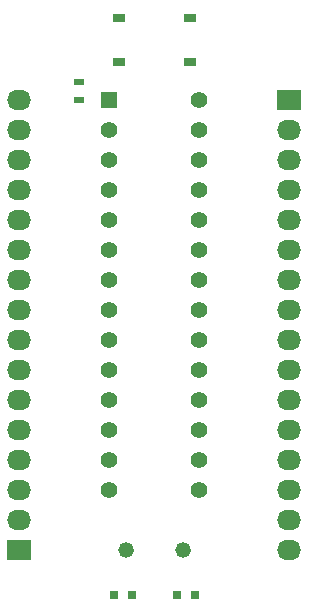
<source format=gts>
G04 #@! TF.FileFunction,Soldermask,Top*
%FSLAX46Y46*%
G04 Gerber Fmt 4.6, Leading zero omitted, Abs format (unit mm)*
G04 Created by KiCad (PCBNEW 4.0.2+dfsg1-stable) date Thu 29 Mar 2018 13:44:33 BST*
%MOMM*%
G01*
G04 APERTURE LIST*
%ADD10C,0.100000*%
%ADD11R,2.032000X1.727200*%
%ADD12O,2.032000X1.727200*%
%ADD13R,0.998220X0.698500*%
%ADD14R,1.399540X1.399540*%
%ADD15C,1.399540*%
%ADD16C,1.320800*%
%ADD17R,0.800000X0.750000*%
%ADD18R,0.900000X0.500000*%
G04 APERTURE END LIST*
D10*
D11*
X170180000Y-137160000D03*
D12*
X170180000Y-134620000D03*
X170180000Y-132080000D03*
X170180000Y-129540000D03*
X170180000Y-127000000D03*
X170180000Y-124460000D03*
X170180000Y-121920000D03*
X170180000Y-119380000D03*
X170180000Y-116840000D03*
X170180000Y-114300000D03*
X170180000Y-111760000D03*
X170180000Y-109220000D03*
X170180000Y-106680000D03*
X170180000Y-104140000D03*
X170180000Y-101600000D03*
X170180000Y-99060000D03*
D11*
X193040000Y-99060000D03*
D12*
X193040000Y-101600000D03*
X193040000Y-104140000D03*
X193040000Y-106680000D03*
X193040000Y-109220000D03*
X193040000Y-111760000D03*
X193040000Y-114300000D03*
X193040000Y-116840000D03*
X193040000Y-119380000D03*
X193040000Y-121920000D03*
X193040000Y-124460000D03*
X193040000Y-127000000D03*
X193040000Y-129540000D03*
X193040000Y-132080000D03*
X193040000Y-134620000D03*
X193040000Y-137160000D03*
D13*
X178610260Y-92130880D03*
X184609740Y-92130880D03*
X178610260Y-95829120D03*
X184609740Y-95829120D03*
D14*
X177800000Y-99060000D03*
D15*
X177800000Y-101600000D03*
X177800000Y-104140000D03*
X177800000Y-106680000D03*
X177800000Y-109220000D03*
X177800000Y-111760000D03*
X177800000Y-114300000D03*
X177800000Y-116840000D03*
X177800000Y-119380000D03*
X177800000Y-121920000D03*
X177800000Y-124460000D03*
X177800000Y-127000000D03*
X177800000Y-129540000D03*
X177800000Y-132080000D03*
X185420000Y-132080000D03*
X185420000Y-129540000D03*
X185420000Y-127000000D03*
X185420000Y-124460000D03*
X185420000Y-121920000D03*
X185420000Y-119380000D03*
X185420000Y-116840000D03*
X185420000Y-114300000D03*
X185420000Y-111760000D03*
X185420000Y-109220000D03*
X185420000Y-106680000D03*
X185420000Y-104140000D03*
X185420000Y-101600000D03*
X185420000Y-99060000D03*
D16*
X179197000Y-137160000D03*
X184023000Y-137160000D03*
D17*
X179705000Y-140970000D03*
X178205000Y-140970000D03*
X183515000Y-140970000D03*
X185015000Y-140970000D03*
D18*
X175260000Y-97560000D03*
X175260000Y-99060000D03*
M02*

</source>
